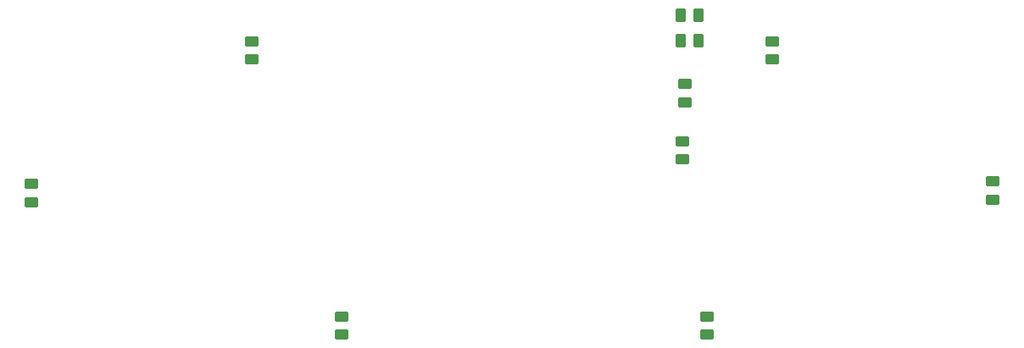
<source format=gtp>
%TF.GenerationSoftware,KiCad,Pcbnew,8.0.4*%
%TF.CreationDate,2024-09-15T11:27:26+10:00*%
%TF.ProjectId,SBRcontroller,53425263-6f6e-4747-926f-6c6c65722e6b,rev?*%
%TF.SameCoordinates,PX3d09000PY568bc30*%
%TF.FileFunction,Paste,Top*%
%TF.FilePolarity,Positive*%
%FSLAX46Y46*%
G04 Gerber Fmt 4.6, Leading zero omitted, Abs format (unit mm)*
G04 Created by KiCad (PCBNEW 8.0.4) date 2024-09-15 11:27:26*
%MOMM*%
%LPD*%
G01*
G04 APERTURE LIST*
G04 Aperture macros list*
%AMRoundRect*
0 Rectangle with rounded corners*
0 $1 Rounding radius*
0 $2 $3 $4 $5 $6 $7 $8 $9 X,Y pos of 4 corners*
0 Add a 4 corners polygon primitive as box body*
4,1,4,$2,$3,$4,$5,$6,$7,$8,$9,$2,$3,0*
0 Add four circle primitives for the rounded corners*
1,1,$1+$1,$2,$3*
1,1,$1+$1,$4,$5*
1,1,$1+$1,$6,$7*
1,1,$1+$1,$8,$9*
0 Add four rect primitives between the rounded corners*
20,1,$1+$1,$2,$3,$4,$5,0*
20,1,$1+$1,$4,$5,$6,$7,0*
20,1,$1+$1,$6,$7,$8,$9,0*
20,1,$1+$1,$8,$9,$2,$3,0*%
G04 Aperture macros list end*
%ADD10RoundRect,0.250000X-0.450000X0.262500X-0.450000X-0.262500X0.450000X-0.262500X0.450000X0.262500X0*%
%ADD11RoundRect,0.250000X0.262500X0.450000X-0.262500X0.450000X-0.262500X-0.450000X0.262500X-0.450000X0*%
%ADD12RoundRect,0.250000X0.450000X-0.262500X0.450000X0.262500X-0.450000X0.262500X-0.450000X-0.262500X0*%
G04 APERTURE END LIST*
D10*
%TO.C,R9*%
X60750000Y1412500D03*
X60750000Y-412500D03*
%TD*%
%TO.C,R2*%
X82750000Y-12587500D03*
X82750000Y-14412500D03*
%TD*%
D11*
%TO.C,R5*%
X53412500Y4000000D03*
X51587500Y4000000D03*
%TD*%
D10*
%TO.C,R1*%
X-13250000Y-12837500D03*
X-13250000Y-14662500D03*
%TD*%
%TO.C,R6*%
X52000000Y-2837500D03*
X52000000Y-4662500D03*
%TD*%
%TO.C,R8*%
X51750000Y-8587500D03*
X51750000Y-10412500D03*
%TD*%
D12*
%TO.C,R14*%
X54250000Y-27912500D03*
X54250000Y-26087500D03*
%TD*%
D10*
%TO.C,R4*%
X8750000Y1412500D03*
X8750000Y-412500D03*
%TD*%
D12*
%TO.C,R13*%
X17750000Y-27912500D03*
X17750000Y-26087500D03*
%TD*%
D11*
%TO.C,R3*%
X53412500Y1500000D03*
X51587500Y1500000D03*
%TD*%
M02*

</source>
